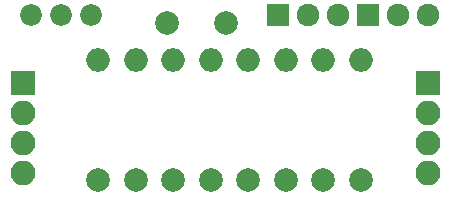
<source format=gts>
G04 #@! TF.FileFunction,Soldermask,Top*
%FSLAX46Y46*%
G04 Gerber Fmt 4.6, Leading zero omitted, Abs format (unit mm)*
G04 Created by KiCad (PCBNEW 4.0.7) date 02/14/19 14:55:55*
%MOMM*%
%LPD*%
G01*
G04 APERTURE LIST*
%ADD10C,0.100000*%
%ADD11C,2.000000*%
%ADD12O,2.000000X2.000000*%
%ADD13C,1.840000*%
%ADD14R,2.100000X2.100000*%
%ADD15O,2.100000X2.100000*%
%ADD16C,1.920000*%
%ADD17R,1.920000X1.920000*%
G04 APERTURE END LIST*
D10*
D11*
X150495000Y-135255000D03*
D12*
X150495000Y-125095000D03*
D13*
X135255000Y-121285000D03*
X137795000Y-121285000D03*
X140335000Y-121285000D03*
D11*
X151765000Y-121920000D03*
X146765000Y-121920000D03*
D14*
X168910000Y-127000000D03*
D15*
X168910000Y-129540000D03*
X168910000Y-132080000D03*
X168910000Y-134620000D03*
D16*
X158750000Y-121285000D03*
X161290000Y-121285000D03*
D17*
X156210000Y-121285000D03*
D16*
X166370000Y-121285000D03*
X168910000Y-121285000D03*
D17*
X163830000Y-121285000D03*
D11*
X144145000Y-135255000D03*
D12*
X144145000Y-125095000D03*
D11*
X147320000Y-135255000D03*
D12*
X147320000Y-125095000D03*
D11*
X156845000Y-135255000D03*
D12*
X156845000Y-125095000D03*
D11*
X153670000Y-135255000D03*
D12*
X153670000Y-125095000D03*
D11*
X160020000Y-135255000D03*
D12*
X160020000Y-125095000D03*
D11*
X163195000Y-135255000D03*
D12*
X163195000Y-125095000D03*
D11*
X140970000Y-135255000D03*
D12*
X140970000Y-125095000D03*
D14*
X134620000Y-127000000D03*
D15*
X134620000Y-129540000D03*
X134620000Y-132080000D03*
X134620000Y-134620000D03*
M02*

</source>
